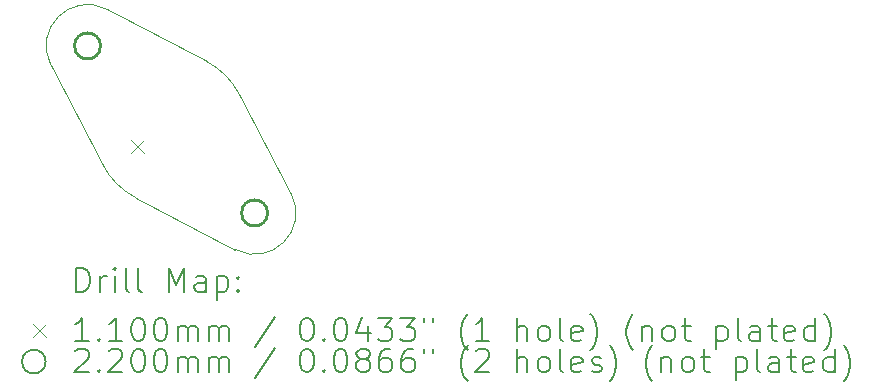
<source format=gbr>
%TF.GenerationSoftware,KiCad,Pcbnew,7.0.6-rc1-25-gf974c8259e*%
%TF.CreationDate,2023-06-21T18:20:32+02:00*%
%TF.ProjectId,RKJXM1015004_Straight,524b4a58-4d31-4303-9135-3030345f5374,rev?*%
%TF.SameCoordinates,Original*%
%TF.FileFunction,Drillmap*%
%TF.FilePolarity,Positive*%
%FSLAX45Y45*%
G04 Gerber Fmt 4.5, Leading zero omitted, Abs format (unit mm)*
G04 Created by KiCad (PCBNEW 7.0.6-rc1-25-gf974c8259e) date 2023-06-21 18:20:32*
%MOMM*%
%LPD*%
G01*
G04 APERTURE LIST*
%ADD10C,0.100000*%
%ADD11C,0.200000*%
%ADD12C,0.110000*%
%ADD13C,0.220000*%
G04 APERTURE END LIST*
D10*
X3320114Y-3550564D02*
G75*
G03*
X3595883Y-3826335I576646J300874D01*
G01*
X3351181Y-2232558D02*
G75*
G03*
X2879006Y-2704735I-161841J-310335D01*
G01*
X4472783Y-2949436D02*
G75*
G03*
X4197010Y-2673665I-576333J-300564D01*
G01*
X4913888Y-3795265D02*
X4472781Y-2949437D01*
X2879006Y-2704735D02*
X3320113Y-3550565D01*
X4441712Y-4267441D02*
X3595883Y-3826335D01*
X4441711Y-4267442D02*
G75*
G03*
X4913888Y-3795265I161842J310335D01*
G01*
X4197010Y-2673665D02*
X3351181Y-2232559D01*
D11*
D12*
X3558604Y-3336421D02*
X3668604Y-3446421D01*
X3668604Y-3336421D02*
X3558604Y-3446421D01*
D13*
X3299340Y-2542893D02*
G75*
G03*
X3299340Y-2542893I-110000J0D01*
G01*
X4713553Y-3957107D02*
G75*
G03*
X4713553Y-3957107I-110000J0D01*
G01*
D11*
X3095116Y-4623591D02*
X3095116Y-4423591D01*
X3095116Y-4423591D02*
X3142735Y-4423591D01*
X3142735Y-4423591D02*
X3171307Y-4433115D01*
X3171307Y-4433115D02*
X3190355Y-4452163D01*
X3190355Y-4452163D02*
X3199878Y-4471210D01*
X3199878Y-4471210D02*
X3209402Y-4509305D01*
X3209402Y-4509305D02*
X3209402Y-4537877D01*
X3209402Y-4537877D02*
X3199878Y-4575972D01*
X3199878Y-4575972D02*
X3190355Y-4595020D01*
X3190355Y-4595020D02*
X3171307Y-4614067D01*
X3171307Y-4614067D02*
X3142735Y-4623591D01*
X3142735Y-4623591D02*
X3095116Y-4623591D01*
X3295116Y-4623591D02*
X3295116Y-4490258D01*
X3295116Y-4528353D02*
X3304640Y-4509305D01*
X3304640Y-4509305D02*
X3314164Y-4499782D01*
X3314164Y-4499782D02*
X3333212Y-4490258D01*
X3333212Y-4490258D02*
X3352259Y-4490258D01*
X3418926Y-4623591D02*
X3418926Y-4490258D01*
X3418926Y-4423591D02*
X3409402Y-4433115D01*
X3409402Y-4433115D02*
X3418926Y-4442639D01*
X3418926Y-4442639D02*
X3428450Y-4433115D01*
X3428450Y-4433115D02*
X3418926Y-4423591D01*
X3418926Y-4423591D02*
X3418926Y-4442639D01*
X3542735Y-4623591D02*
X3523688Y-4614067D01*
X3523688Y-4614067D02*
X3514164Y-4595020D01*
X3514164Y-4595020D02*
X3514164Y-4423591D01*
X3647497Y-4623591D02*
X3628450Y-4614067D01*
X3628450Y-4614067D02*
X3618926Y-4595020D01*
X3618926Y-4595020D02*
X3618926Y-4423591D01*
X3876069Y-4623591D02*
X3876069Y-4423591D01*
X3876069Y-4423591D02*
X3942736Y-4566448D01*
X3942736Y-4566448D02*
X4009402Y-4423591D01*
X4009402Y-4423591D02*
X4009402Y-4623591D01*
X4190355Y-4623591D02*
X4190355Y-4518829D01*
X4190355Y-4518829D02*
X4180831Y-4499782D01*
X4180831Y-4499782D02*
X4161783Y-4490258D01*
X4161783Y-4490258D02*
X4123688Y-4490258D01*
X4123688Y-4490258D02*
X4104640Y-4499782D01*
X4190355Y-4614067D02*
X4171307Y-4623591D01*
X4171307Y-4623591D02*
X4123688Y-4623591D01*
X4123688Y-4623591D02*
X4104640Y-4614067D01*
X4104640Y-4614067D02*
X4095116Y-4595020D01*
X4095116Y-4595020D02*
X4095116Y-4575972D01*
X4095116Y-4575972D02*
X4104640Y-4556925D01*
X4104640Y-4556925D02*
X4123688Y-4547401D01*
X4123688Y-4547401D02*
X4171307Y-4547401D01*
X4171307Y-4547401D02*
X4190355Y-4537877D01*
X4285593Y-4490258D02*
X4285593Y-4690258D01*
X4285593Y-4499782D02*
X4304640Y-4490258D01*
X4304640Y-4490258D02*
X4342736Y-4490258D01*
X4342736Y-4490258D02*
X4361783Y-4499782D01*
X4361783Y-4499782D02*
X4371307Y-4509305D01*
X4371307Y-4509305D02*
X4380831Y-4528353D01*
X4380831Y-4528353D02*
X4380831Y-4585496D01*
X4380831Y-4585496D02*
X4371307Y-4604544D01*
X4371307Y-4604544D02*
X4361783Y-4614067D01*
X4361783Y-4614067D02*
X4342736Y-4623591D01*
X4342736Y-4623591D02*
X4304640Y-4623591D01*
X4304640Y-4623591D02*
X4285593Y-4614067D01*
X4466545Y-4604544D02*
X4476069Y-4614067D01*
X4476069Y-4614067D02*
X4466545Y-4623591D01*
X4466545Y-4623591D02*
X4457021Y-4614067D01*
X4457021Y-4614067D02*
X4466545Y-4604544D01*
X4466545Y-4604544D02*
X4466545Y-4623591D01*
X4466545Y-4499782D02*
X4476069Y-4509305D01*
X4476069Y-4509305D02*
X4466545Y-4518829D01*
X4466545Y-4518829D02*
X4457021Y-4509305D01*
X4457021Y-4509305D02*
X4466545Y-4499782D01*
X4466545Y-4499782D02*
X4466545Y-4518829D01*
D12*
X2724340Y-4897107D02*
X2834340Y-5007107D01*
X2834340Y-4897107D02*
X2724340Y-5007107D01*
D11*
X3199878Y-5043591D02*
X3085593Y-5043591D01*
X3142735Y-5043591D02*
X3142735Y-4843591D01*
X3142735Y-4843591D02*
X3123688Y-4872163D01*
X3123688Y-4872163D02*
X3104640Y-4891210D01*
X3104640Y-4891210D02*
X3085593Y-4900734D01*
X3285593Y-5024544D02*
X3295116Y-5034067D01*
X3295116Y-5034067D02*
X3285593Y-5043591D01*
X3285593Y-5043591D02*
X3276069Y-5034067D01*
X3276069Y-5034067D02*
X3285593Y-5024544D01*
X3285593Y-5024544D02*
X3285593Y-5043591D01*
X3485593Y-5043591D02*
X3371307Y-5043591D01*
X3428450Y-5043591D02*
X3428450Y-4843591D01*
X3428450Y-4843591D02*
X3409402Y-4872163D01*
X3409402Y-4872163D02*
X3390355Y-4891210D01*
X3390355Y-4891210D02*
X3371307Y-4900734D01*
X3609402Y-4843591D02*
X3628450Y-4843591D01*
X3628450Y-4843591D02*
X3647497Y-4853115D01*
X3647497Y-4853115D02*
X3657021Y-4862639D01*
X3657021Y-4862639D02*
X3666545Y-4881686D01*
X3666545Y-4881686D02*
X3676069Y-4919782D01*
X3676069Y-4919782D02*
X3676069Y-4967401D01*
X3676069Y-4967401D02*
X3666545Y-5005496D01*
X3666545Y-5005496D02*
X3657021Y-5024544D01*
X3657021Y-5024544D02*
X3647497Y-5034067D01*
X3647497Y-5034067D02*
X3628450Y-5043591D01*
X3628450Y-5043591D02*
X3609402Y-5043591D01*
X3609402Y-5043591D02*
X3590355Y-5034067D01*
X3590355Y-5034067D02*
X3580831Y-5024544D01*
X3580831Y-5024544D02*
X3571307Y-5005496D01*
X3571307Y-5005496D02*
X3561783Y-4967401D01*
X3561783Y-4967401D02*
X3561783Y-4919782D01*
X3561783Y-4919782D02*
X3571307Y-4881686D01*
X3571307Y-4881686D02*
X3580831Y-4862639D01*
X3580831Y-4862639D02*
X3590355Y-4853115D01*
X3590355Y-4853115D02*
X3609402Y-4843591D01*
X3799878Y-4843591D02*
X3818926Y-4843591D01*
X3818926Y-4843591D02*
X3837974Y-4853115D01*
X3837974Y-4853115D02*
X3847497Y-4862639D01*
X3847497Y-4862639D02*
X3857021Y-4881686D01*
X3857021Y-4881686D02*
X3866545Y-4919782D01*
X3866545Y-4919782D02*
X3866545Y-4967401D01*
X3866545Y-4967401D02*
X3857021Y-5005496D01*
X3857021Y-5005496D02*
X3847497Y-5024544D01*
X3847497Y-5024544D02*
X3837974Y-5034067D01*
X3837974Y-5034067D02*
X3818926Y-5043591D01*
X3818926Y-5043591D02*
X3799878Y-5043591D01*
X3799878Y-5043591D02*
X3780831Y-5034067D01*
X3780831Y-5034067D02*
X3771307Y-5024544D01*
X3771307Y-5024544D02*
X3761783Y-5005496D01*
X3761783Y-5005496D02*
X3752259Y-4967401D01*
X3752259Y-4967401D02*
X3752259Y-4919782D01*
X3752259Y-4919782D02*
X3761783Y-4881686D01*
X3761783Y-4881686D02*
X3771307Y-4862639D01*
X3771307Y-4862639D02*
X3780831Y-4853115D01*
X3780831Y-4853115D02*
X3799878Y-4843591D01*
X3952259Y-5043591D02*
X3952259Y-4910258D01*
X3952259Y-4929305D02*
X3961783Y-4919782D01*
X3961783Y-4919782D02*
X3980831Y-4910258D01*
X3980831Y-4910258D02*
X4009402Y-4910258D01*
X4009402Y-4910258D02*
X4028450Y-4919782D01*
X4028450Y-4919782D02*
X4037974Y-4938829D01*
X4037974Y-4938829D02*
X4037974Y-5043591D01*
X4037974Y-4938829D02*
X4047497Y-4919782D01*
X4047497Y-4919782D02*
X4066545Y-4910258D01*
X4066545Y-4910258D02*
X4095116Y-4910258D01*
X4095116Y-4910258D02*
X4114164Y-4919782D01*
X4114164Y-4919782D02*
X4123688Y-4938829D01*
X4123688Y-4938829D02*
X4123688Y-5043591D01*
X4218926Y-5043591D02*
X4218926Y-4910258D01*
X4218926Y-4929305D02*
X4228450Y-4919782D01*
X4228450Y-4919782D02*
X4247498Y-4910258D01*
X4247498Y-4910258D02*
X4276069Y-4910258D01*
X4276069Y-4910258D02*
X4295117Y-4919782D01*
X4295117Y-4919782D02*
X4304640Y-4938829D01*
X4304640Y-4938829D02*
X4304640Y-5043591D01*
X4304640Y-4938829D02*
X4314164Y-4919782D01*
X4314164Y-4919782D02*
X4333212Y-4910258D01*
X4333212Y-4910258D02*
X4361783Y-4910258D01*
X4361783Y-4910258D02*
X4380831Y-4919782D01*
X4380831Y-4919782D02*
X4390355Y-4938829D01*
X4390355Y-4938829D02*
X4390355Y-5043591D01*
X4780831Y-4834067D02*
X4609402Y-5091210D01*
X5037974Y-4843591D02*
X5057022Y-4843591D01*
X5057022Y-4843591D02*
X5076069Y-4853115D01*
X5076069Y-4853115D02*
X5085593Y-4862639D01*
X5085593Y-4862639D02*
X5095117Y-4881686D01*
X5095117Y-4881686D02*
X5104641Y-4919782D01*
X5104641Y-4919782D02*
X5104641Y-4967401D01*
X5104641Y-4967401D02*
X5095117Y-5005496D01*
X5095117Y-5005496D02*
X5085593Y-5024544D01*
X5085593Y-5024544D02*
X5076069Y-5034067D01*
X5076069Y-5034067D02*
X5057022Y-5043591D01*
X5057022Y-5043591D02*
X5037974Y-5043591D01*
X5037974Y-5043591D02*
X5018926Y-5034067D01*
X5018926Y-5034067D02*
X5009402Y-5024544D01*
X5009402Y-5024544D02*
X4999879Y-5005496D01*
X4999879Y-5005496D02*
X4990355Y-4967401D01*
X4990355Y-4967401D02*
X4990355Y-4919782D01*
X4990355Y-4919782D02*
X4999879Y-4881686D01*
X4999879Y-4881686D02*
X5009402Y-4862639D01*
X5009402Y-4862639D02*
X5018926Y-4853115D01*
X5018926Y-4853115D02*
X5037974Y-4843591D01*
X5190355Y-5024544D02*
X5199879Y-5034067D01*
X5199879Y-5034067D02*
X5190355Y-5043591D01*
X5190355Y-5043591D02*
X5180831Y-5034067D01*
X5180831Y-5034067D02*
X5190355Y-5024544D01*
X5190355Y-5024544D02*
X5190355Y-5043591D01*
X5323688Y-4843591D02*
X5342736Y-4843591D01*
X5342736Y-4843591D02*
X5361783Y-4853115D01*
X5361783Y-4853115D02*
X5371307Y-4862639D01*
X5371307Y-4862639D02*
X5380831Y-4881686D01*
X5380831Y-4881686D02*
X5390355Y-4919782D01*
X5390355Y-4919782D02*
X5390355Y-4967401D01*
X5390355Y-4967401D02*
X5380831Y-5005496D01*
X5380831Y-5005496D02*
X5371307Y-5024544D01*
X5371307Y-5024544D02*
X5361783Y-5034067D01*
X5361783Y-5034067D02*
X5342736Y-5043591D01*
X5342736Y-5043591D02*
X5323688Y-5043591D01*
X5323688Y-5043591D02*
X5304641Y-5034067D01*
X5304641Y-5034067D02*
X5295117Y-5024544D01*
X5295117Y-5024544D02*
X5285593Y-5005496D01*
X5285593Y-5005496D02*
X5276069Y-4967401D01*
X5276069Y-4967401D02*
X5276069Y-4919782D01*
X5276069Y-4919782D02*
X5285593Y-4881686D01*
X5285593Y-4881686D02*
X5295117Y-4862639D01*
X5295117Y-4862639D02*
X5304641Y-4853115D01*
X5304641Y-4853115D02*
X5323688Y-4843591D01*
X5561783Y-4910258D02*
X5561783Y-5043591D01*
X5514164Y-4834067D02*
X5466545Y-4976925D01*
X5466545Y-4976925D02*
X5590355Y-4976925D01*
X5647498Y-4843591D02*
X5771307Y-4843591D01*
X5771307Y-4843591D02*
X5704640Y-4919782D01*
X5704640Y-4919782D02*
X5733212Y-4919782D01*
X5733212Y-4919782D02*
X5752260Y-4929305D01*
X5752260Y-4929305D02*
X5761783Y-4938829D01*
X5761783Y-4938829D02*
X5771307Y-4957877D01*
X5771307Y-4957877D02*
X5771307Y-5005496D01*
X5771307Y-5005496D02*
X5761783Y-5024544D01*
X5761783Y-5024544D02*
X5752260Y-5034067D01*
X5752260Y-5034067D02*
X5733212Y-5043591D01*
X5733212Y-5043591D02*
X5676069Y-5043591D01*
X5676069Y-5043591D02*
X5657021Y-5034067D01*
X5657021Y-5034067D02*
X5647498Y-5024544D01*
X5837974Y-4843591D02*
X5961783Y-4843591D01*
X5961783Y-4843591D02*
X5895117Y-4919782D01*
X5895117Y-4919782D02*
X5923688Y-4919782D01*
X5923688Y-4919782D02*
X5942736Y-4929305D01*
X5942736Y-4929305D02*
X5952260Y-4938829D01*
X5952260Y-4938829D02*
X5961783Y-4957877D01*
X5961783Y-4957877D02*
X5961783Y-5005496D01*
X5961783Y-5005496D02*
X5952260Y-5024544D01*
X5952260Y-5024544D02*
X5942736Y-5034067D01*
X5942736Y-5034067D02*
X5923688Y-5043591D01*
X5923688Y-5043591D02*
X5866545Y-5043591D01*
X5866545Y-5043591D02*
X5847498Y-5034067D01*
X5847498Y-5034067D02*
X5837974Y-5024544D01*
X6037974Y-4843591D02*
X6037974Y-4881686D01*
X6114164Y-4843591D02*
X6114164Y-4881686D01*
X6409403Y-5119782D02*
X6399879Y-5110258D01*
X6399879Y-5110258D02*
X6380831Y-5081686D01*
X6380831Y-5081686D02*
X6371307Y-5062639D01*
X6371307Y-5062639D02*
X6361783Y-5034067D01*
X6361783Y-5034067D02*
X6352260Y-4986448D01*
X6352260Y-4986448D02*
X6352260Y-4948353D01*
X6352260Y-4948353D02*
X6361783Y-4900734D01*
X6361783Y-4900734D02*
X6371307Y-4872163D01*
X6371307Y-4872163D02*
X6380831Y-4853115D01*
X6380831Y-4853115D02*
X6399879Y-4824544D01*
X6399879Y-4824544D02*
X6409403Y-4815020D01*
X6590355Y-5043591D02*
X6476069Y-5043591D01*
X6533212Y-5043591D02*
X6533212Y-4843591D01*
X6533212Y-4843591D02*
X6514164Y-4872163D01*
X6514164Y-4872163D02*
X6495117Y-4891210D01*
X6495117Y-4891210D02*
X6476069Y-4900734D01*
X6828450Y-5043591D02*
X6828450Y-4843591D01*
X6914164Y-5043591D02*
X6914164Y-4938829D01*
X6914164Y-4938829D02*
X6904641Y-4919782D01*
X6904641Y-4919782D02*
X6885593Y-4910258D01*
X6885593Y-4910258D02*
X6857022Y-4910258D01*
X6857022Y-4910258D02*
X6837974Y-4919782D01*
X6837974Y-4919782D02*
X6828450Y-4929305D01*
X7037974Y-5043591D02*
X7018926Y-5034067D01*
X7018926Y-5034067D02*
X7009403Y-5024544D01*
X7009403Y-5024544D02*
X6999879Y-5005496D01*
X6999879Y-5005496D02*
X6999879Y-4948353D01*
X6999879Y-4948353D02*
X7009403Y-4929305D01*
X7009403Y-4929305D02*
X7018926Y-4919782D01*
X7018926Y-4919782D02*
X7037974Y-4910258D01*
X7037974Y-4910258D02*
X7066545Y-4910258D01*
X7066545Y-4910258D02*
X7085593Y-4919782D01*
X7085593Y-4919782D02*
X7095117Y-4929305D01*
X7095117Y-4929305D02*
X7104641Y-4948353D01*
X7104641Y-4948353D02*
X7104641Y-5005496D01*
X7104641Y-5005496D02*
X7095117Y-5024544D01*
X7095117Y-5024544D02*
X7085593Y-5034067D01*
X7085593Y-5034067D02*
X7066545Y-5043591D01*
X7066545Y-5043591D02*
X7037974Y-5043591D01*
X7218926Y-5043591D02*
X7199879Y-5034067D01*
X7199879Y-5034067D02*
X7190355Y-5015020D01*
X7190355Y-5015020D02*
X7190355Y-4843591D01*
X7371307Y-5034067D02*
X7352260Y-5043591D01*
X7352260Y-5043591D02*
X7314164Y-5043591D01*
X7314164Y-5043591D02*
X7295117Y-5034067D01*
X7295117Y-5034067D02*
X7285593Y-5015020D01*
X7285593Y-5015020D02*
X7285593Y-4938829D01*
X7285593Y-4938829D02*
X7295117Y-4919782D01*
X7295117Y-4919782D02*
X7314164Y-4910258D01*
X7314164Y-4910258D02*
X7352260Y-4910258D01*
X7352260Y-4910258D02*
X7371307Y-4919782D01*
X7371307Y-4919782D02*
X7380831Y-4938829D01*
X7380831Y-4938829D02*
X7380831Y-4957877D01*
X7380831Y-4957877D02*
X7285593Y-4976925D01*
X7447498Y-5119782D02*
X7457022Y-5110258D01*
X7457022Y-5110258D02*
X7476069Y-5081686D01*
X7476069Y-5081686D02*
X7485593Y-5062639D01*
X7485593Y-5062639D02*
X7495117Y-5034067D01*
X7495117Y-5034067D02*
X7504641Y-4986448D01*
X7504641Y-4986448D02*
X7504641Y-4948353D01*
X7504641Y-4948353D02*
X7495117Y-4900734D01*
X7495117Y-4900734D02*
X7485593Y-4872163D01*
X7485593Y-4872163D02*
X7476069Y-4853115D01*
X7476069Y-4853115D02*
X7457022Y-4824544D01*
X7457022Y-4824544D02*
X7447498Y-4815020D01*
X7809403Y-5119782D02*
X7799879Y-5110258D01*
X7799879Y-5110258D02*
X7780831Y-5081686D01*
X7780831Y-5081686D02*
X7771307Y-5062639D01*
X7771307Y-5062639D02*
X7761784Y-5034067D01*
X7761784Y-5034067D02*
X7752260Y-4986448D01*
X7752260Y-4986448D02*
X7752260Y-4948353D01*
X7752260Y-4948353D02*
X7761784Y-4900734D01*
X7761784Y-4900734D02*
X7771307Y-4872163D01*
X7771307Y-4872163D02*
X7780831Y-4853115D01*
X7780831Y-4853115D02*
X7799879Y-4824544D01*
X7799879Y-4824544D02*
X7809403Y-4815020D01*
X7885593Y-4910258D02*
X7885593Y-5043591D01*
X7885593Y-4929305D02*
X7895117Y-4919782D01*
X7895117Y-4919782D02*
X7914164Y-4910258D01*
X7914164Y-4910258D02*
X7942736Y-4910258D01*
X7942736Y-4910258D02*
X7961784Y-4919782D01*
X7961784Y-4919782D02*
X7971307Y-4938829D01*
X7971307Y-4938829D02*
X7971307Y-5043591D01*
X8095117Y-5043591D02*
X8076069Y-5034067D01*
X8076069Y-5034067D02*
X8066545Y-5024544D01*
X8066545Y-5024544D02*
X8057022Y-5005496D01*
X8057022Y-5005496D02*
X8057022Y-4948353D01*
X8057022Y-4948353D02*
X8066545Y-4929305D01*
X8066545Y-4929305D02*
X8076069Y-4919782D01*
X8076069Y-4919782D02*
X8095117Y-4910258D01*
X8095117Y-4910258D02*
X8123688Y-4910258D01*
X8123688Y-4910258D02*
X8142736Y-4919782D01*
X8142736Y-4919782D02*
X8152260Y-4929305D01*
X8152260Y-4929305D02*
X8161784Y-4948353D01*
X8161784Y-4948353D02*
X8161784Y-5005496D01*
X8161784Y-5005496D02*
X8152260Y-5024544D01*
X8152260Y-5024544D02*
X8142736Y-5034067D01*
X8142736Y-5034067D02*
X8123688Y-5043591D01*
X8123688Y-5043591D02*
X8095117Y-5043591D01*
X8218926Y-4910258D02*
X8295117Y-4910258D01*
X8247498Y-4843591D02*
X8247498Y-5015020D01*
X8247498Y-5015020D02*
X8257022Y-5034067D01*
X8257022Y-5034067D02*
X8276069Y-5043591D01*
X8276069Y-5043591D02*
X8295117Y-5043591D01*
X8514165Y-4910258D02*
X8514165Y-5110258D01*
X8514165Y-4919782D02*
X8533212Y-4910258D01*
X8533212Y-4910258D02*
X8571308Y-4910258D01*
X8571308Y-4910258D02*
X8590355Y-4919782D01*
X8590355Y-4919782D02*
X8599879Y-4929305D01*
X8599879Y-4929305D02*
X8609403Y-4948353D01*
X8609403Y-4948353D02*
X8609403Y-5005496D01*
X8609403Y-5005496D02*
X8599879Y-5024544D01*
X8599879Y-5024544D02*
X8590355Y-5034067D01*
X8590355Y-5034067D02*
X8571308Y-5043591D01*
X8571308Y-5043591D02*
X8533212Y-5043591D01*
X8533212Y-5043591D02*
X8514165Y-5034067D01*
X8723688Y-5043591D02*
X8704641Y-5034067D01*
X8704641Y-5034067D02*
X8695117Y-5015020D01*
X8695117Y-5015020D02*
X8695117Y-4843591D01*
X8885593Y-5043591D02*
X8885593Y-4938829D01*
X8885593Y-4938829D02*
X8876069Y-4919782D01*
X8876069Y-4919782D02*
X8857022Y-4910258D01*
X8857022Y-4910258D02*
X8818927Y-4910258D01*
X8818927Y-4910258D02*
X8799879Y-4919782D01*
X8885593Y-5034067D02*
X8866546Y-5043591D01*
X8866546Y-5043591D02*
X8818927Y-5043591D01*
X8818927Y-5043591D02*
X8799879Y-5034067D01*
X8799879Y-5034067D02*
X8790355Y-5015020D01*
X8790355Y-5015020D02*
X8790355Y-4995972D01*
X8790355Y-4995972D02*
X8799879Y-4976925D01*
X8799879Y-4976925D02*
X8818927Y-4967401D01*
X8818927Y-4967401D02*
X8866546Y-4967401D01*
X8866546Y-4967401D02*
X8885593Y-4957877D01*
X8952260Y-4910258D02*
X9028450Y-4910258D01*
X8980831Y-4843591D02*
X8980831Y-5015020D01*
X8980831Y-5015020D02*
X8990355Y-5034067D01*
X8990355Y-5034067D02*
X9009403Y-5043591D01*
X9009403Y-5043591D02*
X9028450Y-5043591D01*
X9171308Y-5034067D02*
X9152260Y-5043591D01*
X9152260Y-5043591D02*
X9114165Y-5043591D01*
X9114165Y-5043591D02*
X9095117Y-5034067D01*
X9095117Y-5034067D02*
X9085593Y-5015020D01*
X9085593Y-5015020D02*
X9085593Y-4938829D01*
X9085593Y-4938829D02*
X9095117Y-4919782D01*
X9095117Y-4919782D02*
X9114165Y-4910258D01*
X9114165Y-4910258D02*
X9152260Y-4910258D01*
X9152260Y-4910258D02*
X9171308Y-4919782D01*
X9171308Y-4919782D02*
X9180831Y-4938829D01*
X9180831Y-4938829D02*
X9180831Y-4957877D01*
X9180831Y-4957877D02*
X9085593Y-4976925D01*
X9352260Y-5043591D02*
X9352260Y-4843591D01*
X9352260Y-5034067D02*
X9333212Y-5043591D01*
X9333212Y-5043591D02*
X9295117Y-5043591D01*
X9295117Y-5043591D02*
X9276069Y-5034067D01*
X9276069Y-5034067D02*
X9266546Y-5024544D01*
X9266546Y-5024544D02*
X9257022Y-5005496D01*
X9257022Y-5005496D02*
X9257022Y-4948353D01*
X9257022Y-4948353D02*
X9266546Y-4929305D01*
X9266546Y-4929305D02*
X9276069Y-4919782D01*
X9276069Y-4919782D02*
X9295117Y-4910258D01*
X9295117Y-4910258D02*
X9333212Y-4910258D01*
X9333212Y-4910258D02*
X9352260Y-4919782D01*
X9428450Y-5119782D02*
X9437974Y-5110258D01*
X9437974Y-5110258D02*
X9457022Y-5081686D01*
X9457022Y-5081686D02*
X9466546Y-5062639D01*
X9466546Y-5062639D02*
X9476069Y-5034067D01*
X9476069Y-5034067D02*
X9485593Y-4986448D01*
X9485593Y-4986448D02*
X9485593Y-4948353D01*
X9485593Y-4948353D02*
X9476069Y-4900734D01*
X9476069Y-4900734D02*
X9466546Y-4872163D01*
X9466546Y-4872163D02*
X9457022Y-4853115D01*
X9457022Y-4853115D02*
X9437974Y-4824544D01*
X9437974Y-4824544D02*
X9428450Y-4815020D01*
X2834340Y-5216107D02*
G75*
G03*
X2834340Y-5216107I-100000J0D01*
G01*
X3085593Y-5126639D02*
X3095116Y-5117115D01*
X3095116Y-5117115D02*
X3114164Y-5107591D01*
X3114164Y-5107591D02*
X3161783Y-5107591D01*
X3161783Y-5107591D02*
X3180831Y-5117115D01*
X3180831Y-5117115D02*
X3190355Y-5126639D01*
X3190355Y-5126639D02*
X3199878Y-5145686D01*
X3199878Y-5145686D02*
X3199878Y-5164734D01*
X3199878Y-5164734D02*
X3190355Y-5193305D01*
X3190355Y-5193305D02*
X3076069Y-5307591D01*
X3076069Y-5307591D02*
X3199878Y-5307591D01*
X3285593Y-5288544D02*
X3295116Y-5298067D01*
X3295116Y-5298067D02*
X3285593Y-5307591D01*
X3285593Y-5307591D02*
X3276069Y-5298067D01*
X3276069Y-5298067D02*
X3285593Y-5288544D01*
X3285593Y-5288544D02*
X3285593Y-5307591D01*
X3371307Y-5126639D02*
X3380831Y-5117115D01*
X3380831Y-5117115D02*
X3399878Y-5107591D01*
X3399878Y-5107591D02*
X3447497Y-5107591D01*
X3447497Y-5107591D02*
X3466545Y-5117115D01*
X3466545Y-5117115D02*
X3476069Y-5126639D01*
X3476069Y-5126639D02*
X3485593Y-5145686D01*
X3485593Y-5145686D02*
X3485593Y-5164734D01*
X3485593Y-5164734D02*
X3476069Y-5193305D01*
X3476069Y-5193305D02*
X3361783Y-5307591D01*
X3361783Y-5307591D02*
X3485593Y-5307591D01*
X3609402Y-5107591D02*
X3628450Y-5107591D01*
X3628450Y-5107591D02*
X3647497Y-5117115D01*
X3647497Y-5117115D02*
X3657021Y-5126639D01*
X3657021Y-5126639D02*
X3666545Y-5145686D01*
X3666545Y-5145686D02*
X3676069Y-5183782D01*
X3676069Y-5183782D02*
X3676069Y-5231401D01*
X3676069Y-5231401D02*
X3666545Y-5269496D01*
X3666545Y-5269496D02*
X3657021Y-5288544D01*
X3657021Y-5288544D02*
X3647497Y-5298067D01*
X3647497Y-5298067D02*
X3628450Y-5307591D01*
X3628450Y-5307591D02*
X3609402Y-5307591D01*
X3609402Y-5307591D02*
X3590355Y-5298067D01*
X3590355Y-5298067D02*
X3580831Y-5288544D01*
X3580831Y-5288544D02*
X3571307Y-5269496D01*
X3571307Y-5269496D02*
X3561783Y-5231401D01*
X3561783Y-5231401D02*
X3561783Y-5183782D01*
X3561783Y-5183782D02*
X3571307Y-5145686D01*
X3571307Y-5145686D02*
X3580831Y-5126639D01*
X3580831Y-5126639D02*
X3590355Y-5117115D01*
X3590355Y-5117115D02*
X3609402Y-5107591D01*
X3799878Y-5107591D02*
X3818926Y-5107591D01*
X3818926Y-5107591D02*
X3837974Y-5117115D01*
X3837974Y-5117115D02*
X3847497Y-5126639D01*
X3847497Y-5126639D02*
X3857021Y-5145686D01*
X3857021Y-5145686D02*
X3866545Y-5183782D01*
X3866545Y-5183782D02*
X3866545Y-5231401D01*
X3866545Y-5231401D02*
X3857021Y-5269496D01*
X3857021Y-5269496D02*
X3847497Y-5288544D01*
X3847497Y-5288544D02*
X3837974Y-5298067D01*
X3837974Y-5298067D02*
X3818926Y-5307591D01*
X3818926Y-5307591D02*
X3799878Y-5307591D01*
X3799878Y-5307591D02*
X3780831Y-5298067D01*
X3780831Y-5298067D02*
X3771307Y-5288544D01*
X3771307Y-5288544D02*
X3761783Y-5269496D01*
X3761783Y-5269496D02*
X3752259Y-5231401D01*
X3752259Y-5231401D02*
X3752259Y-5183782D01*
X3752259Y-5183782D02*
X3761783Y-5145686D01*
X3761783Y-5145686D02*
X3771307Y-5126639D01*
X3771307Y-5126639D02*
X3780831Y-5117115D01*
X3780831Y-5117115D02*
X3799878Y-5107591D01*
X3952259Y-5307591D02*
X3952259Y-5174258D01*
X3952259Y-5193305D02*
X3961783Y-5183782D01*
X3961783Y-5183782D02*
X3980831Y-5174258D01*
X3980831Y-5174258D02*
X4009402Y-5174258D01*
X4009402Y-5174258D02*
X4028450Y-5183782D01*
X4028450Y-5183782D02*
X4037974Y-5202829D01*
X4037974Y-5202829D02*
X4037974Y-5307591D01*
X4037974Y-5202829D02*
X4047497Y-5183782D01*
X4047497Y-5183782D02*
X4066545Y-5174258D01*
X4066545Y-5174258D02*
X4095116Y-5174258D01*
X4095116Y-5174258D02*
X4114164Y-5183782D01*
X4114164Y-5183782D02*
X4123688Y-5202829D01*
X4123688Y-5202829D02*
X4123688Y-5307591D01*
X4218926Y-5307591D02*
X4218926Y-5174258D01*
X4218926Y-5193305D02*
X4228450Y-5183782D01*
X4228450Y-5183782D02*
X4247498Y-5174258D01*
X4247498Y-5174258D02*
X4276069Y-5174258D01*
X4276069Y-5174258D02*
X4295117Y-5183782D01*
X4295117Y-5183782D02*
X4304640Y-5202829D01*
X4304640Y-5202829D02*
X4304640Y-5307591D01*
X4304640Y-5202829D02*
X4314164Y-5183782D01*
X4314164Y-5183782D02*
X4333212Y-5174258D01*
X4333212Y-5174258D02*
X4361783Y-5174258D01*
X4361783Y-5174258D02*
X4380831Y-5183782D01*
X4380831Y-5183782D02*
X4390355Y-5202829D01*
X4390355Y-5202829D02*
X4390355Y-5307591D01*
X4780831Y-5098067D02*
X4609402Y-5355210D01*
X5037974Y-5107591D02*
X5057022Y-5107591D01*
X5057022Y-5107591D02*
X5076069Y-5117115D01*
X5076069Y-5117115D02*
X5085593Y-5126639D01*
X5085593Y-5126639D02*
X5095117Y-5145686D01*
X5095117Y-5145686D02*
X5104641Y-5183782D01*
X5104641Y-5183782D02*
X5104641Y-5231401D01*
X5104641Y-5231401D02*
X5095117Y-5269496D01*
X5095117Y-5269496D02*
X5085593Y-5288544D01*
X5085593Y-5288544D02*
X5076069Y-5298067D01*
X5076069Y-5298067D02*
X5057022Y-5307591D01*
X5057022Y-5307591D02*
X5037974Y-5307591D01*
X5037974Y-5307591D02*
X5018926Y-5298067D01*
X5018926Y-5298067D02*
X5009402Y-5288544D01*
X5009402Y-5288544D02*
X4999879Y-5269496D01*
X4999879Y-5269496D02*
X4990355Y-5231401D01*
X4990355Y-5231401D02*
X4990355Y-5183782D01*
X4990355Y-5183782D02*
X4999879Y-5145686D01*
X4999879Y-5145686D02*
X5009402Y-5126639D01*
X5009402Y-5126639D02*
X5018926Y-5117115D01*
X5018926Y-5117115D02*
X5037974Y-5107591D01*
X5190355Y-5288544D02*
X5199879Y-5298067D01*
X5199879Y-5298067D02*
X5190355Y-5307591D01*
X5190355Y-5307591D02*
X5180831Y-5298067D01*
X5180831Y-5298067D02*
X5190355Y-5288544D01*
X5190355Y-5288544D02*
X5190355Y-5307591D01*
X5323688Y-5107591D02*
X5342736Y-5107591D01*
X5342736Y-5107591D02*
X5361783Y-5117115D01*
X5361783Y-5117115D02*
X5371307Y-5126639D01*
X5371307Y-5126639D02*
X5380831Y-5145686D01*
X5380831Y-5145686D02*
X5390355Y-5183782D01*
X5390355Y-5183782D02*
X5390355Y-5231401D01*
X5390355Y-5231401D02*
X5380831Y-5269496D01*
X5380831Y-5269496D02*
X5371307Y-5288544D01*
X5371307Y-5288544D02*
X5361783Y-5298067D01*
X5361783Y-5298067D02*
X5342736Y-5307591D01*
X5342736Y-5307591D02*
X5323688Y-5307591D01*
X5323688Y-5307591D02*
X5304641Y-5298067D01*
X5304641Y-5298067D02*
X5295117Y-5288544D01*
X5295117Y-5288544D02*
X5285593Y-5269496D01*
X5285593Y-5269496D02*
X5276069Y-5231401D01*
X5276069Y-5231401D02*
X5276069Y-5183782D01*
X5276069Y-5183782D02*
X5285593Y-5145686D01*
X5285593Y-5145686D02*
X5295117Y-5126639D01*
X5295117Y-5126639D02*
X5304641Y-5117115D01*
X5304641Y-5117115D02*
X5323688Y-5107591D01*
X5504641Y-5193305D02*
X5485593Y-5183782D01*
X5485593Y-5183782D02*
X5476069Y-5174258D01*
X5476069Y-5174258D02*
X5466545Y-5155210D01*
X5466545Y-5155210D02*
X5466545Y-5145686D01*
X5466545Y-5145686D02*
X5476069Y-5126639D01*
X5476069Y-5126639D02*
X5485593Y-5117115D01*
X5485593Y-5117115D02*
X5504641Y-5107591D01*
X5504641Y-5107591D02*
X5542736Y-5107591D01*
X5542736Y-5107591D02*
X5561783Y-5117115D01*
X5561783Y-5117115D02*
X5571307Y-5126639D01*
X5571307Y-5126639D02*
X5580831Y-5145686D01*
X5580831Y-5145686D02*
X5580831Y-5155210D01*
X5580831Y-5155210D02*
X5571307Y-5174258D01*
X5571307Y-5174258D02*
X5561783Y-5183782D01*
X5561783Y-5183782D02*
X5542736Y-5193305D01*
X5542736Y-5193305D02*
X5504641Y-5193305D01*
X5504641Y-5193305D02*
X5485593Y-5202829D01*
X5485593Y-5202829D02*
X5476069Y-5212353D01*
X5476069Y-5212353D02*
X5466545Y-5231401D01*
X5466545Y-5231401D02*
X5466545Y-5269496D01*
X5466545Y-5269496D02*
X5476069Y-5288544D01*
X5476069Y-5288544D02*
X5485593Y-5298067D01*
X5485593Y-5298067D02*
X5504641Y-5307591D01*
X5504641Y-5307591D02*
X5542736Y-5307591D01*
X5542736Y-5307591D02*
X5561783Y-5298067D01*
X5561783Y-5298067D02*
X5571307Y-5288544D01*
X5571307Y-5288544D02*
X5580831Y-5269496D01*
X5580831Y-5269496D02*
X5580831Y-5231401D01*
X5580831Y-5231401D02*
X5571307Y-5212353D01*
X5571307Y-5212353D02*
X5561783Y-5202829D01*
X5561783Y-5202829D02*
X5542736Y-5193305D01*
X5752260Y-5107591D02*
X5714164Y-5107591D01*
X5714164Y-5107591D02*
X5695117Y-5117115D01*
X5695117Y-5117115D02*
X5685593Y-5126639D01*
X5685593Y-5126639D02*
X5666545Y-5155210D01*
X5666545Y-5155210D02*
X5657021Y-5193305D01*
X5657021Y-5193305D02*
X5657021Y-5269496D01*
X5657021Y-5269496D02*
X5666545Y-5288544D01*
X5666545Y-5288544D02*
X5676069Y-5298067D01*
X5676069Y-5298067D02*
X5695117Y-5307591D01*
X5695117Y-5307591D02*
X5733212Y-5307591D01*
X5733212Y-5307591D02*
X5752260Y-5298067D01*
X5752260Y-5298067D02*
X5761783Y-5288544D01*
X5761783Y-5288544D02*
X5771307Y-5269496D01*
X5771307Y-5269496D02*
X5771307Y-5221877D01*
X5771307Y-5221877D02*
X5761783Y-5202829D01*
X5761783Y-5202829D02*
X5752260Y-5193305D01*
X5752260Y-5193305D02*
X5733212Y-5183782D01*
X5733212Y-5183782D02*
X5695117Y-5183782D01*
X5695117Y-5183782D02*
X5676069Y-5193305D01*
X5676069Y-5193305D02*
X5666545Y-5202829D01*
X5666545Y-5202829D02*
X5657021Y-5221877D01*
X5942736Y-5107591D02*
X5904640Y-5107591D01*
X5904640Y-5107591D02*
X5885593Y-5117115D01*
X5885593Y-5117115D02*
X5876069Y-5126639D01*
X5876069Y-5126639D02*
X5857021Y-5155210D01*
X5857021Y-5155210D02*
X5847498Y-5193305D01*
X5847498Y-5193305D02*
X5847498Y-5269496D01*
X5847498Y-5269496D02*
X5857021Y-5288544D01*
X5857021Y-5288544D02*
X5866545Y-5298067D01*
X5866545Y-5298067D02*
X5885593Y-5307591D01*
X5885593Y-5307591D02*
X5923688Y-5307591D01*
X5923688Y-5307591D02*
X5942736Y-5298067D01*
X5942736Y-5298067D02*
X5952260Y-5288544D01*
X5952260Y-5288544D02*
X5961783Y-5269496D01*
X5961783Y-5269496D02*
X5961783Y-5221877D01*
X5961783Y-5221877D02*
X5952260Y-5202829D01*
X5952260Y-5202829D02*
X5942736Y-5193305D01*
X5942736Y-5193305D02*
X5923688Y-5183782D01*
X5923688Y-5183782D02*
X5885593Y-5183782D01*
X5885593Y-5183782D02*
X5866545Y-5193305D01*
X5866545Y-5193305D02*
X5857021Y-5202829D01*
X5857021Y-5202829D02*
X5847498Y-5221877D01*
X6037974Y-5107591D02*
X6037974Y-5145686D01*
X6114164Y-5107591D02*
X6114164Y-5145686D01*
X6409403Y-5383782D02*
X6399879Y-5374258D01*
X6399879Y-5374258D02*
X6380831Y-5345686D01*
X6380831Y-5345686D02*
X6371307Y-5326639D01*
X6371307Y-5326639D02*
X6361783Y-5298067D01*
X6361783Y-5298067D02*
X6352260Y-5250448D01*
X6352260Y-5250448D02*
X6352260Y-5212353D01*
X6352260Y-5212353D02*
X6361783Y-5164734D01*
X6361783Y-5164734D02*
X6371307Y-5136163D01*
X6371307Y-5136163D02*
X6380831Y-5117115D01*
X6380831Y-5117115D02*
X6399879Y-5088544D01*
X6399879Y-5088544D02*
X6409403Y-5079020D01*
X6476069Y-5126639D02*
X6485593Y-5117115D01*
X6485593Y-5117115D02*
X6504641Y-5107591D01*
X6504641Y-5107591D02*
X6552260Y-5107591D01*
X6552260Y-5107591D02*
X6571307Y-5117115D01*
X6571307Y-5117115D02*
X6580831Y-5126639D01*
X6580831Y-5126639D02*
X6590355Y-5145686D01*
X6590355Y-5145686D02*
X6590355Y-5164734D01*
X6590355Y-5164734D02*
X6580831Y-5193305D01*
X6580831Y-5193305D02*
X6466545Y-5307591D01*
X6466545Y-5307591D02*
X6590355Y-5307591D01*
X6828450Y-5307591D02*
X6828450Y-5107591D01*
X6914164Y-5307591D02*
X6914164Y-5202829D01*
X6914164Y-5202829D02*
X6904641Y-5183782D01*
X6904641Y-5183782D02*
X6885593Y-5174258D01*
X6885593Y-5174258D02*
X6857022Y-5174258D01*
X6857022Y-5174258D02*
X6837974Y-5183782D01*
X6837974Y-5183782D02*
X6828450Y-5193305D01*
X7037974Y-5307591D02*
X7018926Y-5298067D01*
X7018926Y-5298067D02*
X7009403Y-5288544D01*
X7009403Y-5288544D02*
X6999879Y-5269496D01*
X6999879Y-5269496D02*
X6999879Y-5212353D01*
X6999879Y-5212353D02*
X7009403Y-5193305D01*
X7009403Y-5193305D02*
X7018926Y-5183782D01*
X7018926Y-5183782D02*
X7037974Y-5174258D01*
X7037974Y-5174258D02*
X7066545Y-5174258D01*
X7066545Y-5174258D02*
X7085593Y-5183782D01*
X7085593Y-5183782D02*
X7095117Y-5193305D01*
X7095117Y-5193305D02*
X7104641Y-5212353D01*
X7104641Y-5212353D02*
X7104641Y-5269496D01*
X7104641Y-5269496D02*
X7095117Y-5288544D01*
X7095117Y-5288544D02*
X7085593Y-5298067D01*
X7085593Y-5298067D02*
X7066545Y-5307591D01*
X7066545Y-5307591D02*
X7037974Y-5307591D01*
X7218926Y-5307591D02*
X7199879Y-5298067D01*
X7199879Y-5298067D02*
X7190355Y-5279020D01*
X7190355Y-5279020D02*
X7190355Y-5107591D01*
X7371307Y-5298067D02*
X7352260Y-5307591D01*
X7352260Y-5307591D02*
X7314164Y-5307591D01*
X7314164Y-5307591D02*
X7295117Y-5298067D01*
X7295117Y-5298067D02*
X7285593Y-5279020D01*
X7285593Y-5279020D02*
X7285593Y-5202829D01*
X7285593Y-5202829D02*
X7295117Y-5183782D01*
X7295117Y-5183782D02*
X7314164Y-5174258D01*
X7314164Y-5174258D02*
X7352260Y-5174258D01*
X7352260Y-5174258D02*
X7371307Y-5183782D01*
X7371307Y-5183782D02*
X7380831Y-5202829D01*
X7380831Y-5202829D02*
X7380831Y-5221877D01*
X7380831Y-5221877D02*
X7285593Y-5240925D01*
X7457022Y-5298067D02*
X7476069Y-5307591D01*
X7476069Y-5307591D02*
X7514164Y-5307591D01*
X7514164Y-5307591D02*
X7533212Y-5298067D01*
X7533212Y-5298067D02*
X7542736Y-5279020D01*
X7542736Y-5279020D02*
X7542736Y-5269496D01*
X7542736Y-5269496D02*
X7533212Y-5250448D01*
X7533212Y-5250448D02*
X7514164Y-5240925D01*
X7514164Y-5240925D02*
X7485593Y-5240925D01*
X7485593Y-5240925D02*
X7466545Y-5231401D01*
X7466545Y-5231401D02*
X7457022Y-5212353D01*
X7457022Y-5212353D02*
X7457022Y-5202829D01*
X7457022Y-5202829D02*
X7466545Y-5183782D01*
X7466545Y-5183782D02*
X7485593Y-5174258D01*
X7485593Y-5174258D02*
X7514164Y-5174258D01*
X7514164Y-5174258D02*
X7533212Y-5183782D01*
X7609403Y-5383782D02*
X7618926Y-5374258D01*
X7618926Y-5374258D02*
X7637974Y-5345686D01*
X7637974Y-5345686D02*
X7647498Y-5326639D01*
X7647498Y-5326639D02*
X7657022Y-5298067D01*
X7657022Y-5298067D02*
X7666545Y-5250448D01*
X7666545Y-5250448D02*
X7666545Y-5212353D01*
X7666545Y-5212353D02*
X7657022Y-5164734D01*
X7657022Y-5164734D02*
X7647498Y-5136163D01*
X7647498Y-5136163D02*
X7637974Y-5117115D01*
X7637974Y-5117115D02*
X7618926Y-5088544D01*
X7618926Y-5088544D02*
X7609403Y-5079020D01*
X7971307Y-5383782D02*
X7961784Y-5374258D01*
X7961784Y-5374258D02*
X7942736Y-5345686D01*
X7942736Y-5345686D02*
X7933212Y-5326639D01*
X7933212Y-5326639D02*
X7923688Y-5298067D01*
X7923688Y-5298067D02*
X7914165Y-5250448D01*
X7914165Y-5250448D02*
X7914165Y-5212353D01*
X7914165Y-5212353D02*
X7923688Y-5164734D01*
X7923688Y-5164734D02*
X7933212Y-5136163D01*
X7933212Y-5136163D02*
X7942736Y-5117115D01*
X7942736Y-5117115D02*
X7961784Y-5088544D01*
X7961784Y-5088544D02*
X7971307Y-5079020D01*
X8047498Y-5174258D02*
X8047498Y-5307591D01*
X8047498Y-5193305D02*
X8057022Y-5183782D01*
X8057022Y-5183782D02*
X8076069Y-5174258D01*
X8076069Y-5174258D02*
X8104641Y-5174258D01*
X8104641Y-5174258D02*
X8123688Y-5183782D01*
X8123688Y-5183782D02*
X8133212Y-5202829D01*
X8133212Y-5202829D02*
X8133212Y-5307591D01*
X8257022Y-5307591D02*
X8237974Y-5298067D01*
X8237974Y-5298067D02*
X8228450Y-5288544D01*
X8228450Y-5288544D02*
X8218926Y-5269496D01*
X8218926Y-5269496D02*
X8218926Y-5212353D01*
X8218926Y-5212353D02*
X8228450Y-5193305D01*
X8228450Y-5193305D02*
X8237974Y-5183782D01*
X8237974Y-5183782D02*
X8257022Y-5174258D01*
X8257022Y-5174258D02*
X8285593Y-5174258D01*
X8285593Y-5174258D02*
X8304641Y-5183782D01*
X8304641Y-5183782D02*
X8314165Y-5193305D01*
X8314165Y-5193305D02*
X8323688Y-5212353D01*
X8323688Y-5212353D02*
X8323688Y-5269496D01*
X8323688Y-5269496D02*
X8314165Y-5288544D01*
X8314165Y-5288544D02*
X8304641Y-5298067D01*
X8304641Y-5298067D02*
X8285593Y-5307591D01*
X8285593Y-5307591D02*
X8257022Y-5307591D01*
X8380831Y-5174258D02*
X8457022Y-5174258D01*
X8409403Y-5107591D02*
X8409403Y-5279020D01*
X8409403Y-5279020D02*
X8418927Y-5298067D01*
X8418927Y-5298067D02*
X8437974Y-5307591D01*
X8437974Y-5307591D02*
X8457022Y-5307591D01*
X8676069Y-5174258D02*
X8676069Y-5374258D01*
X8676069Y-5183782D02*
X8695117Y-5174258D01*
X8695117Y-5174258D02*
X8733212Y-5174258D01*
X8733212Y-5174258D02*
X8752260Y-5183782D01*
X8752260Y-5183782D02*
X8761784Y-5193305D01*
X8761784Y-5193305D02*
X8771308Y-5212353D01*
X8771308Y-5212353D02*
X8771308Y-5269496D01*
X8771308Y-5269496D02*
X8761784Y-5288544D01*
X8761784Y-5288544D02*
X8752260Y-5298067D01*
X8752260Y-5298067D02*
X8733212Y-5307591D01*
X8733212Y-5307591D02*
X8695117Y-5307591D01*
X8695117Y-5307591D02*
X8676069Y-5298067D01*
X8885593Y-5307591D02*
X8866546Y-5298067D01*
X8866546Y-5298067D02*
X8857022Y-5279020D01*
X8857022Y-5279020D02*
X8857022Y-5107591D01*
X9047498Y-5307591D02*
X9047498Y-5202829D01*
X9047498Y-5202829D02*
X9037974Y-5183782D01*
X9037974Y-5183782D02*
X9018927Y-5174258D01*
X9018927Y-5174258D02*
X8980831Y-5174258D01*
X8980831Y-5174258D02*
X8961784Y-5183782D01*
X9047498Y-5298067D02*
X9028450Y-5307591D01*
X9028450Y-5307591D02*
X8980831Y-5307591D01*
X8980831Y-5307591D02*
X8961784Y-5298067D01*
X8961784Y-5298067D02*
X8952260Y-5279020D01*
X8952260Y-5279020D02*
X8952260Y-5259972D01*
X8952260Y-5259972D02*
X8961784Y-5240925D01*
X8961784Y-5240925D02*
X8980831Y-5231401D01*
X8980831Y-5231401D02*
X9028450Y-5231401D01*
X9028450Y-5231401D02*
X9047498Y-5221877D01*
X9114165Y-5174258D02*
X9190355Y-5174258D01*
X9142736Y-5107591D02*
X9142736Y-5279020D01*
X9142736Y-5279020D02*
X9152260Y-5298067D01*
X9152260Y-5298067D02*
X9171308Y-5307591D01*
X9171308Y-5307591D02*
X9190355Y-5307591D01*
X9333212Y-5298067D02*
X9314165Y-5307591D01*
X9314165Y-5307591D02*
X9276069Y-5307591D01*
X9276069Y-5307591D02*
X9257022Y-5298067D01*
X9257022Y-5298067D02*
X9247498Y-5279020D01*
X9247498Y-5279020D02*
X9247498Y-5202829D01*
X9247498Y-5202829D02*
X9257022Y-5183782D01*
X9257022Y-5183782D02*
X9276069Y-5174258D01*
X9276069Y-5174258D02*
X9314165Y-5174258D01*
X9314165Y-5174258D02*
X9333212Y-5183782D01*
X9333212Y-5183782D02*
X9342736Y-5202829D01*
X9342736Y-5202829D02*
X9342736Y-5221877D01*
X9342736Y-5221877D02*
X9247498Y-5240925D01*
X9514165Y-5307591D02*
X9514165Y-5107591D01*
X9514165Y-5298067D02*
X9495117Y-5307591D01*
X9495117Y-5307591D02*
X9457022Y-5307591D01*
X9457022Y-5307591D02*
X9437974Y-5298067D01*
X9437974Y-5298067D02*
X9428450Y-5288544D01*
X9428450Y-5288544D02*
X9418927Y-5269496D01*
X9418927Y-5269496D02*
X9418927Y-5212353D01*
X9418927Y-5212353D02*
X9428450Y-5193305D01*
X9428450Y-5193305D02*
X9437974Y-5183782D01*
X9437974Y-5183782D02*
X9457022Y-5174258D01*
X9457022Y-5174258D02*
X9495117Y-5174258D01*
X9495117Y-5174258D02*
X9514165Y-5183782D01*
X9590355Y-5383782D02*
X9599879Y-5374258D01*
X9599879Y-5374258D02*
X9618927Y-5345686D01*
X9618927Y-5345686D02*
X9628450Y-5326639D01*
X9628450Y-5326639D02*
X9637974Y-5298067D01*
X9637974Y-5298067D02*
X9647498Y-5250448D01*
X9647498Y-5250448D02*
X9647498Y-5212353D01*
X9647498Y-5212353D02*
X9637974Y-5164734D01*
X9637974Y-5164734D02*
X9628450Y-5136163D01*
X9628450Y-5136163D02*
X9618927Y-5117115D01*
X9618927Y-5117115D02*
X9599879Y-5088544D01*
X9599879Y-5088544D02*
X9590355Y-5079020D01*
M02*

</source>
